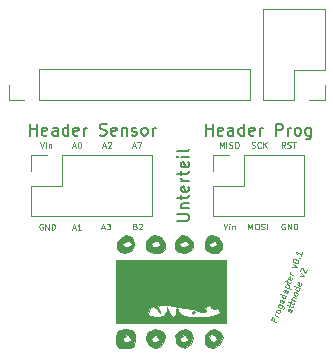
<source format=gbr>
G04 #@! TF.GenerationSoftware,KiCad,Pcbnew,(5.1.8)-1*
G04 #@! TF.CreationDate,2020-11-20T21:01:47+01:00*
G04 #@! TF.ProjectId,LORA_ATTINY84,4c4f5241-5f41-4545-9449-4e5938342e6b,rev?*
G04 #@! TF.SameCoordinates,Original*
G04 #@! TF.FileFunction,Legend,Top*
G04 #@! TF.FilePolarity,Positive*
%FSLAX46Y46*%
G04 Gerber Fmt 4.6, Leading zero omitted, Abs format (unit mm)*
G04 Created by KiCad (PCBNEW (5.1.8)-1) date 2020-11-20 21:01:47*
%MOMM*%
%LPD*%
G01*
G04 APERTURE LIST*
%ADD10C,0.100000*%
%ADD11C,0.125000*%
%ADD12C,0.150000*%
%ADD13C,0.010000*%
%ADD14C,0.120000*%
G04 APERTURE END LIST*
D10*
X79959247Y-76305600D02*
X79911628Y-76281790D01*
X79840200Y-76281790D01*
X79768771Y-76305600D01*
X79721152Y-76353219D01*
X79697342Y-76400838D01*
X79673533Y-76496076D01*
X79673533Y-76567504D01*
X79697342Y-76662742D01*
X79721152Y-76710361D01*
X79768771Y-76757980D01*
X79840200Y-76781790D01*
X79887819Y-76781790D01*
X79959247Y-76757980D01*
X79983057Y-76734171D01*
X79983057Y-76567504D01*
X79887819Y-76567504D01*
X80197342Y-76781790D02*
X80197342Y-76281790D01*
X80483057Y-76781790D01*
X80483057Y-76281790D01*
X80721152Y-76781790D02*
X80721152Y-76281790D01*
X80840200Y-76281790D01*
X80911628Y-76305600D01*
X80959247Y-76353219D01*
X80983057Y-76400838D01*
X81006866Y-76496076D01*
X81006866Y-76567504D01*
X80983057Y-76662742D01*
X80959247Y-76710361D01*
X80911628Y-76757980D01*
X80840200Y-76781790D01*
X80721152Y-76781790D01*
X76887485Y-76781790D02*
X76887485Y-76281790D01*
X77054152Y-76638933D01*
X77220819Y-76281790D01*
X77220819Y-76781790D01*
X77554152Y-76281790D02*
X77649390Y-76281790D01*
X77697009Y-76305600D01*
X77744628Y-76353219D01*
X77768438Y-76448457D01*
X77768438Y-76615123D01*
X77744628Y-76710361D01*
X77697009Y-76757980D01*
X77649390Y-76781790D01*
X77554152Y-76781790D01*
X77506533Y-76757980D01*
X77458914Y-76710361D01*
X77435104Y-76615123D01*
X77435104Y-76448457D01*
X77458914Y-76353219D01*
X77506533Y-76305600D01*
X77554152Y-76281790D01*
X77958914Y-76757980D02*
X78030342Y-76781790D01*
X78149390Y-76781790D01*
X78197009Y-76757980D01*
X78220819Y-76734171D01*
X78244628Y-76686552D01*
X78244628Y-76638933D01*
X78220819Y-76591314D01*
X78197009Y-76567504D01*
X78149390Y-76543695D01*
X78054152Y-76519885D01*
X78006533Y-76496076D01*
X77982723Y-76472266D01*
X77958914Y-76424647D01*
X77958914Y-76377028D01*
X77982723Y-76329409D01*
X78006533Y-76305600D01*
X78054152Y-76281790D01*
X78173200Y-76281790D01*
X78244628Y-76305600D01*
X78458914Y-76781790D02*
X78458914Y-76281790D01*
X79990190Y-69872990D02*
X79823523Y-69634895D01*
X79704476Y-69872990D02*
X79704476Y-69372990D01*
X79894952Y-69372990D01*
X79942571Y-69396800D01*
X79966380Y-69420609D01*
X79990190Y-69468228D01*
X79990190Y-69539657D01*
X79966380Y-69587276D01*
X79942571Y-69611085D01*
X79894952Y-69634895D01*
X79704476Y-69634895D01*
X80180666Y-69849180D02*
X80252095Y-69872990D01*
X80371142Y-69872990D01*
X80418761Y-69849180D01*
X80442571Y-69825371D01*
X80466380Y-69777752D01*
X80466380Y-69730133D01*
X80442571Y-69682514D01*
X80418761Y-69658704D01*
X80371142Y-69634895D01*
X80275904Y-69611085D01*
X80228285Y-69587276D01*
X80204476Y-69563466D01*
X80180666Y-69515847D01*
X80180666Y-69468228D01*
X80204476Y-69420609D01*
X80228285Y-69396800D01*
X80275904Y-69372990D01*
X80394952Y-69372990D01*
X80466380Y-69396800D01*
X80609238Y-69372990D02*
X80894952Y-69372990D01*
X80752095Y-69872990D02*
X80752095Y-69372990D01*
X77157342Y-69849180D02*
X77228771Y-69872990D01*
X77347819Y-69872990D01*
X77395438Y-69849180D01*
X77419247Y-69825371D01*
X77443057Y-69777752D01*
X77443057Y-69730133D01*
X77419247Y-69682514D01*
X77395438Y-69658704D01*
X77347819Y-69634895D01*
X77252580Y-69611085D01*
X77204961Y-69587276D01*
X77181152Y-69563466D01*
X77157342Y-69515847D01*
X77157342Y-69468228D01*
X77181152Y-69420609D01*
X77204961Y-69396800D01*
X77252580Y-69372990D01*
X77371628Y-69372990D01*
X77443057Y-69396800D01*
X77943057Y-69825371D02*
X77919247Y-69849180D01*
X77847819Y-69872990D01*
X77800200Y-69872990D01*
X77728771Y-69849180D01*
X77681152Y-69801561D01*
X77657342Y-69753942D01*
X77633533Y-69658704D01*
X77633533Y-69587276D01*
X77657342Y-69492038D01*
X77681152Y-69444419D01*
X77728771Y-69396800D01*
X77800200Y-69372990D01*
X77847819Y-69372990D01*
X77919247Y-69396800D01*
X77943057Y-69420609D01*
X78157342Y-69872990D02*
X78157342Y-69372990D01*
X78443057Y-69872990D02*
X78228771Y-69587276D01*
X78443057Y-69372990D02*
X78157342Y-69658704D01*
X67310819Y-76519885D02*
X67382247Y-76543695D01*
X67406057Y-76567504D01*
X67429866Y-76615123D01*
X67429866Y-76686552D01*
X67406057Y-76734171D01*
X67382247Y-76757980D01*
X67334628Y-76781790D01*
X67144152Y-76781790D01*
X67144152Y-76281790D01*
X67310819Y-76281790D01*
X67358438Y-76305600D01*
X67382247Y-76329409D01*
X67406057Y-76377028D01*
X67406057Y-76424647D01*
X67382247Y-76472266D01*
X67358438Y-76496076D01*
X67310819Y-76519885D01*
X67144152Y-76519885D01*
X67620342Y-76329409D02*
X67644152Y-76305600D01*
X67691771Y-76281790D01*
X67810819Y-76281790D01*
X67858438Y-76305600D01*
X67882247Y-76329409D01*
X67906057Y-76377028D01*
X67906057Y-76424647D01*
X67882247Y-76496076D01*
X67596533Y-76781790D01*
X67906057Y-76781790D01*
X64489057Y-76638933D02*
X64727152Y-76638933D01*
X64441438Y-76781790D02*
X64608104Y-76281790D01*
X64774771Y-76781790D01*
X64893819Y-76281790D02*
X65203342Y-76281790D01*
X65036676Y-76472266D01*
X65108104Y-76472266D01*
X65155723Y-76496076D01*
X65179533Y-76519885D01*
X65203342Y-76567504D01*
X65203342Y-76686552D01*
X65179533Y-76734171D01*
X65155723Y-76757980D01*
X65108104Y-76781790D01*
X64965247Y-76781790D01*
X64917628Y-76757980D01*
X64893819Y-76734171D01*
X61999857Y-76664333D02*
X62237952Y-76664333D01*
X61952238Y-76807190D02*
X62118904Y-76307190D01*
X62285571Y-76807190D01*
X62714142Y-76807190D02*
X62428428Y-76807190D01*
X62571285Y-76807190D02*
X62571285Y-76307190D01*
X62523666Y-76378619D01*
X62476047Y-76426238D01*
X62428428Y-76450047D01*
X67079857Y-69730133D02*
X67317952Y-69730133D01*
X67032238Y-69872990D02*
X67198904Y-69372990D01*
X67365571Y-69872990D01*
X67484619Y-69372990D02*
X67817952Y-69372990D01*
X67603666Y-69872990D01*
X64565257Y-69730133D02*
X64803352Y-69730133D01*
X64517638Y-69872990D02*
X64684304Y-69372990D01*
X64850971Y-69872990D01*
X64993828Y-69420609D02*
X65017638Y-69396800D01*
X65065257Y-69372990D01*
X65184304Y-69372990D01*
X65231923Y-69396800D01*
X65255733Y-69420609D01*
X65279542Y-69468228D01*
X65279542Y-69515847D01*
X65255733Y-69587276D01*
X64970019Y-69872990D01*
X65279542Y-69872990D01*
X59461447Y-76331000D02*
X59413828Y-76307190D01*
X59342400Y-76307190D01*
X59270971Y-76331000D01*
X59223352Y-76378619D01*
X59199542Y-76426238D01*
X59175733Y-76521476D01*
X59175733Y-76592904D01*
X59199542Y-76688142D01*
X59223352Y-76735761D01*
X59270971Y-76783380D01*
X59342400Y-76807190D01*
X59390019Y-76807190D01*
X59461447Y-76783380D01*
X59485257Y-76759571D01*
X59485257Y-76592904D01*
X59390019Y-76592904D01*
X59699542Y-76807190D02*
X59699542Y-76307190D01*
X59985257Y-76807190D01*
X59985257Y-76307190D01*
X60223352Y-76807190D02*
X60223352Y-76307190D01*
X60342400Y-76307190D01*
X60413828Y-76331000D01*
X60461447Y-76378619D01*
X60485257Y-76426238D01*
X60509066Y-76521476D01*
X60509066Y-76592904D01*
X60485257Y-76688142D01*
X60461447Y-76735761D01*
X60413828Y-76783380D01*
X60342400Y-76807190D01*
X60223352Y-76807190D01*
X74773695Y-76281790D02*
X74940361Y-76781790D01*
X75107028Y-76281790D01*
X75273695Y-76781790D02*
X75273695Y-76448457D01*
X75273695Y-76281790D02*
X75249885Y-76305600D01*
X75273695Y-76329409D01*
X75297504Y-76305600D01*
X75273695Y-76281790D01*
X75273695Y-76329409D01*
X75511790Y-76448457D02*
X75511790Y-76781790D01*
X75511790Y-76496076D02*
X75535600Y-76472266D01*
X75583219Y-76448457D01*
X75654647Y-76448457D01*
X75702266Y-76472266D01*
X75726076Y-76519885D01*
X75726076Y-76781790D01*
X74449085Y-69872990D02*
X74449085Y-69372990D01*
X74615752Y-69730133D01*
X74782419Y-69372990D01*
X74782419Y-69872990D01*
X75020514Y-69872990D02*
X75020514Y-69372990D01*
X75234800Y-69849180D02*
X75306228Y-69872990D01*
X75425276Y-69872990D01*
X75472895Y-69849180D01*
X75496704Y-69825371D01*
X75520514Y-69777752D01*
X75520514Y-69730133D01*
X75496704Y-69682514D01*
X75472895Y-69658704D01*
X75425276Y-69634895D01*
X75330038Y-69611085D01*
X75282419Y-69587276D01*
X75258609Y-69563466D01*
X75234800Y-69515847D01*
X75234800Y-69468228D01*
X75258609Y-69420609D01*
X75282419Y-69396800D01*
X75330038Y-69372990D01*
X75449085Y-69372990D01*
X75520514Y-69396800D01*
X75830038Y-69372990D02*
X75925276Y-69372990D01*
X75972895Y-69396800D01*
X76020514Y-69444419D01*
X76044323Y-69539657D01*
X76044323Y-69706323D01*
X76020514Y-69801561D01*
X75972895Y-69849180D01*
X75925276Y-69872990D01*
X75830038Y-69872990D01*
X75782419Y-69849180D01*
X75734800Y-69801561D01*
X75710990Y-69706323D01*
X75710990Y-69539657D01*
X75734800Y-69444419D01*
X75782419Y-69396800D01*
X75830038Y-69372990D01*
X61999857Y-69730133D02*
X62237952Y-69730133D01*
X61952238Y-69872990D02*
X62118904Y-69372990D01*
X62285571Y-69872990D01*
X62547476Y-69372990D02*
X62595095Y-69372990D01*
X62642714Y-69396800D01*
X62666523Y-69420609D01*
X62690333Y-69468228D01*
X62714142Y-69563466D01*
X62714142Y-69682514D01*
X62690333Y-69777752D01*
X62666523Y-69825371D01*
X62642714Y-69849180D01*
X62595095Y-69872990D01*
X62547476Y-69872990D01*
X62499857Y-69849180D01*
X62476047Y-69825371D01*
X62452238Y-69777752D01*
X62428428Y-69682514D01*
X62428428Y-69563466D01*
X62452238Y-69468228D01*
X62476047Y-69420609D01*
X62499857Y-69396800D01*
X62547476Y-69372990D01*
X59254295Y-69372990D02*
X59420961Y-69872990D01*
X59587628Y-69372990D01*
X59754295Y-69872990D02*
X59754295Y-69539657D01*
X59754295Y-69372990D02*
X59730485Y-69396800D01*
X59754295Y-69420609D01*
X59778104Y-69396800D01*
X59754295Y-69372990D01*
X59754295Y-69420609D01*
X59992390Y-69539657D02*
X59992390Y-69872990D01*
X59992390Y-69587276D02*
X60016200Y-69563466D01*
X60063819Y-69539657D01*
X60135247Y-69539657D01*
X60182866Y-69563466D01*
X60206676Y-69611085D01*
X60206676Y-69872990D01*
D11*
X79248584Y-84632460D02*
X78778738Y-84461450D01*
X78843885Y-84282461D01*
X78882545Y-84245857D01*
X78913062Y-84231627D01*
X78965953Y-84225540D01*
X79033073Y-84249970D01*
X79069677Y-84288630D01*
X79083908Y-84319147D01*
X79089995Y-84372038D01*
X79024848Y-84551027D01*
X79419594Y-84162614D02*
X79106363Y-84048607D01*
X79195858Y-84081180D02*
X79159254Y-84042520D01*
X79145024Y-84012003D01*
X79138937Y-83959112D01*
X79155223Y-83914365D01*
X79549888Y-83804636D02*
X79511227Y-83841240D01*
X79480710Y-83855470D01*
X79427820Y-83861557D01*
X79293578Y-83812697D01*
X79256974Y-83774036D01*
X79242744Y-83743519D01*
X79236657Y-83690629D01*
X79261087Y-83623508D01*
X79299747Y-83586904D01*
X79330264Y-83572674D01*
X79383155Y-83566587D01*
X79517397Y-83615447D01*
X79554000Y-83654107D01*
X79568231Y-83684624D01*
X79574318Y-83737515D01*
X79549888Y-83804636D01*
X79440240Y-83131288D02*
X79820592Y-83269725D01*
X79857196Y-83308385D01*
X79871426Y-83338902D01*
X79877513Y-83391793D01*
X79853083Y-83458914D01*
X79814423Y-83495517D01*
X79731097Y-83237151D02*
X79737184Y-83290042D01*
X79704611Y-83379537D01*
X79665951Y-83416140D01*
X79635434Y-83430371D01*
X79582543Y-83436458D01*
X79448301Y-83387598D01*
X79411697Y-83348937D01*
X79397467Y-83318420D01*
X79391380Y-83265530D01*
X79423954Y-83176035D01*
X79462614Y-83139431D01*
X79908195Y-82820196D02*
X79662085Y-82730619D01*
X79609194Y-82736706D01*
X79570534Y-82773310D01*
X79537960Y-82862804D01*
X79544047Y-82915695D01*
X79885821Y-82812052D02*
X79891908Y-82864943D01*
X79851191Y-82976811D01*
X79812531Y-83013415D01*
X79759640Y-83019502D01*
X79714893Y-83003215D01*
X79678289Y-82964555D01*
X79672202Y-82911664D01*
X79712919Y-82799796D01*
X79706832Y-82746906D01*
X80062918Y-82395097D02*
X79593072Y-82224087D01*
X80040544Y-82386953D02*
X80046631Y-82439844D01*
X80014058Y-82529338D01*
X79975398Y-82565942D01*
X79944881Y-82580173D01*
X79891990Y-82586260D01*
X79757748Y-82537400D01*
X79721144Y-82498739D01*
X79706914Y-82468222D01*
X79700827Y-82415332D01*
X79733400Y-82325837D01*
X79772061Y-82289233D01*
X80217641Y-81969998D02*
X79971531Y-81880421D01*
X79918641Y-81886508D01*
X79879980Y-81923112D01*
X79847407Y-82012606D01*
X79853494Y-82065497D01*
X80195268Y-81961854D02*
X80201355Y-82014745D01*
X80160638Y-82126613D01*
X80121978Y-82163217D01*
X80069087Y-82169304D01*
X80024340Y-82153017D01*
X79987736Y-82114357D01*
X79981649Y-82061466D01*
X80022366Y-81949598D01*
X80016279Y-81896708D01*
X79985844Y-81632255D02*
X80455690Y-81803265D01*
X80008217Y-81640398D02*
X80002130Y-81587507D01*
X80034704Y-81498013D01*
X80073364Y-81461409D01*
X80103881Y-81447179D01*
X80156772Y-81441092D01*
X80291014Y-81489952D01*
X80327617Y-81528612D01*
X80341848Y-81559129D01*
X80347935Y-81612019D01*
X80315361Y-81701514D01*
X80276701Y-81738118D01*
X80116137Y-81274276D02*
X80181284Y-81095287D01*
X79983952Y-81150152D02*
X80386677Y-81296732D01*
X80439568Y-81290645D01*
X80478228Y-81254041D01*
X80494515Y-81209294D01*
X80594291Y-80865546D02*
X80600378Y-80918437D01*
X80567805Y-81007931D01*
X80529144Y-81044535D01*
X80476254Y-81050622D01*
X80297265Y-80985476D01*
X80260661Y-80946815D01*
X80254574Y-80893925D01*
X80287147Y-80804430D01*
X80325808Y-80767826D01*
X80378698Y-80761739D01*
X80423445Y-80778026D01*
X80386759Y-81018049D01*
X80698098Y-80649953D02*
X80384867Y-80535947D01*
X80474362Y-80568520D02*
X80437758Y-80529860D01*
X80423528Y-80499343D01*
X80417441Y-80446452D01*
X80433727Y-80401705D01*
X80604737Y-79931858D02*
X80958685Y-79933997D01*
X80686171Y-79708122D01*
X80627275Y-79382635D02*
X80643562Y-79337888D01*
X80682222Y-79301284D01*
X80712739Y-79287054D01*
X80765630Y-79280967D01*
X80863268Y-79291166D01*
X80975136Y-79331883D01*
X81056487Y-79386830D01*
X81093091Y-79425490D01*
X81107321Y-79456007D01*
X81113408Y-79508898D01*
X81097122Y-79553645D01*
X81058461Y-79590249D01*
X81027944Y-79604479D01*
X80975054Y-79610566D01*
X80877416Y-79600367D01*
X80765548Y-79559650D01*
X80684197Y-79504703D01*
X80647593Y-79466043D01*
X80633362Y-79435526D01*
X80627275Y-79382635D01*
X81182668Y-79179380D02*
X81213185Y-79165150D01*
X81227415Y-79195667D01*
X81196898Y-79209897D01*
X81182668Y-79179380D01*
X81227415Y-79195667D01*
X81398425Y-78725821D02*
X81300705Y-78994304D01*
X81349565Y-78860063D02*
X80879719Y-78689052D01*
X80930553Y-78758230D01*
X80959014Y-78819264D01*
X80965101Y-78872154D01*
X80563487Y-83578123D02*
X80317377Y-83488546D01*
X80264487Y-83494633D01*
X80225826Y-83531237D01*
X80193253Y-83620732D01*
X80199340Y-83673623D01*
X80541113Y-83569980D02*
X80547200Y-83622870D01*
X80506484Y-83734739D01*
X80467823Y-83771343D01*
X80414933Y-83777430D01*
X80370186Y-83761143D01*
X80333582Y-83722483D01*
X80327495Y-83669592D01*
X80368211Y-83557724D01*
X80362124Y-83504833D01*
X80307260Y-83307501D02*
X80372406Y-83128512D01*
X80175074Y-83183377D02*
X80577800Y-83329957D01*
X80630690Y-83323870D01*
X80669350Y-83287266D01*
X80685637Y-83242519D01*
X80404980Y-83039017D02*
X80470126Y-82860028D01*
X80272794Y-82914893D02*
X80675520Y-83061473D01*
X80728410Y-83055386D01*
X80767071Y-83018782D01*
X80783357Y-82974035D01*
X80527130Y-82703413D02*
X80840361Y-82817420D01*
X80571877Y-82719700D02*
X80557647Y-82689183D01*
X80551560Y-82636292D01*
X80575990Y-82569171D01*
X80614650Y-82532567D01*
X80667541Y-82526480D01*
X80913651Y-82616057D01*
X81019514Y-82325200D02*
X80980854Y-82361804D01*
X80950337Y-82376034D01*
X80897446Y-82382121D01*
X80763204Y-82333261D01*
X80726600Y-82294601D01*
X80712370Y-82264084D01*
X80706283Y-82211193D01*
X80730713Y-82144072D01*
X80769373Y-82107468D01*
X80799890Y-82093238D01*
X80852781Y-82087151D01*
X80987023Y-82136011D01*
X81023627Y-82174671D01*
X81037857Y-82205188D01*
X81043944Y-82258079D01*
X81019514Y-82325200D01*
X81223097Y-81765859D02*
X80753251Y-81594849D01*
X81200724Y-81757716D02*
X81206811Y-81810606D01*
X81174237Y-81900101D01*
X81135577Y-81936705D01*
X81105060Y-81950935D01*
X81052169Y-81957022D01*
X80917928Y-81908162D01*
X80881324Y-81869502D01*
X80867093Y-81838985D01*
X80861006Y-81786094D01*
X80893580Y-81696599D01*
X80932240Y-81659995D01*
X81347304Y-81354990D02*
X81353391Y-81407881D01*
X81320817Y-81497375D01*
X81282157Y-81533979D01*
X81229267Y-81540066D01*
X81050277Y-81474919D01*
X81013674Y-81436259D01*
X81007587Y-81383369D01*
X81040160Y-81293874D01*
X81078820Y-81257270D01*
X81131711Y-81251183D01*
X81176458Y-81267470D01*
X81139772Y-81507493D01*
X81251887Y-80712160D02*
X81605834Y-80714298D01*
X81333320Y-80488423D01*
X81278455Y-80291091D02*
X81264225Y-80260574D01*
X81258138Y-80207683D01*
X81298855Y-80095815D01*
X81337515Y-80059211D01*
X81368032Y-80044981D01*
X81420923Y-80038894D01*
X81465670Y-80055181D01*
X81524647Y-80101984D01*
X81695411Y-80468188D01*
X81801274Y-80177331D01*
D12*
X70851780Y-76051990D02*
X71661304Y-76051990D01*
X71756542Y-76004371D01*
X71804161Y-75956752D01*
X71851780Y-75861514D01*
X71851780Y-75671038D01*
X71804161Y-75575800D01*
X71756542Y-75528180D01*
X71661304Y-75480561D01*
X70851780Y-75480561D01*
X71185114Y-75004371D02*
X71851780Y-75004371D01*
X71280352Y-75004371D02*
X71232733Y-74956752D01*
X71185114Y-74861514D01*
X71185114Y-74718657D01*
X71232733Y-74623419D01*
X71327971Y-74575800D01*
X71851780Y-74575800D01*
X71185114Y-74242466D02*
X71185114Y-73861514D01*
X70851780Y-74099609D02*
X71708923Y-74099609D01*
X71804161Y-74051990D01*
X71851780Y-73956752D01*
X71851780Y-73861514D01*
X71804161Y-73147228D02*
X71851780Y-73242466D01*
X71851780Y-73432942D01*
X71804161Y-73528180D01*
X71708923Y-73575800D01*
X71327971Y-73575800D01*
X71232733Y-73528180D01*
X71185114Y-73432942D01*
X71185114Y-73242466D01*
X71232733Y-73147228D01*
X71327971Y-73099609D01*
X71423209Y-73099609D01*
X71518447Y-73575800D01*
X71851780Y-72671038D02*
X71185114Y-72671038D01*
X71375590Y-72671038D02*
X71280352Y-72623419D01*
X71232733Y-72575800D01*
X71185114Y-72480561D01*
X71185114Y-72385323D01*
X71185114Y-72194847D02*
X71185114Y-71813895D01*
X70851780Y-72051990D02*
X71708923Y-72051990D01*
X71804161Y-72004371D01*
X71851780Y-71909133D01*
X71851780Y-71813895D01*
X71804161Y-71099609D02*
X71851780Y-71194847D01*
X71851780Y-71385323D01*
X71804161Y-71480561D01*
X71708923Y-71528180D01*
X71327971Y-71528180D01*
X71232733Y-71480561D01*
X71185114Y-71385323D01*
X71185114Y-71194847D01*
X71232733Y-71099609D01*
X71327971Y-71051990D01*
X71423209Y-71051990D01*
X71518447Y-71528180D01*
X71851780Y-70623419D02*
X71185114Y-70623419D01*
X70851780Y-70623419D02*
X70899400Y-70671038D01*
X70947019Y-70623419D01*
X70899400Y-70575800D01*
X70851780Y-70623419D01*
X70947019Y-70623419D01*
X71851780Y-70004371D02*
X71804161Y-70099609D01*
X71708923Y-70147228D01*
X70851780Y-70147228D01*
D13*
G36*
X72344547Y-83779895D02*
G01*
X72210863Y-83913579D01*
X72077178Y-83779895D01*
X72210863Y-83646210D01*
X72344547Y-83779895D01*
G37*
X72344547Y-83779895D02*
X72210863Y-83913579D01*
X72077178Y-83779895D01*
X72210863Y-83646210D01*
X72344547Y-83779895D01*
G36*
X74295416Y-77446021D02*
G01*
X74640335Y-77939200D01*
X74655482Y-78429121D01*
X74293767Y-78761100D01*
X73755860Y-78804596D01*
X73314636Y-78558950D01*
X73243340Y-78432526D01*
X73210979Y-78031474D01*
X73547705Y-78031474D01*
X73608317Y-78260368D01*
X73799294Y-78298842D01*
X74165111Y-78159249D01*
X74216126Y-78031474D01*
X74024228Y-77771758D01*
X73964537Y-77764105D01*
X73602430Y-77958455D01*
X73547705Y-78031474D01*
X73210979Y-78031474D01*
X73194438Y-77826483D01*
X73446500Y-77358745D01*
X73773944Y-77229368D01*
X74295416Y-77446021D01*
G37*
X74295416Y-77446021D02*
X74640335Y-77939200D01*
X74655482Y-78429121D01*
X74293767Y-78761100D01*
X73755860Y-78804596D01*
X73314636Y-78558950D01*
X73243340Y-78432526D01*
X73210979Y-78031474D01*
X73547705Y-78031474D01*
X73608317Y-78260368D01*
X73799294Y-78298842D01*
X74165111Y-78159249D01*
X74216126Y-78031474D01*
X74024228Y-77771758D01*
X73964537Y-77764105D01*
X73602430Y-77958455D01*
X73547705Y-78031474D01*
X73210979Y-78031474D01*
X73194438Y-77826483D01*
X73446500Y-77358745D01*
X73773944Y-77229368D01*
X74295416Y-77446021D01*
G36*
X71702815Y-77377379D02*
G01*
X71727308Y-77392192D01*
X72163671Y-77868279D01*
X72166982Y-78369285D01*
X71764373Y-78721991D01*
X71509755Y-78781200D01*
X70893550Y-78707554D01*
X70659172Y-78472978D01*
X70682376Y-78031474D01*
X71007705Y-78031474D01*
X71224262Y-78268677D01*
X71408757Y-78298842D01*
X71764563Y-78154471D01*
X71809810Y-78031474D01*
X71593253Y-77794270D01*
X71408757Y-77764105D01*
X71052952Y-77908476D01*
X71007705Y-78031474D01*
X70682376Y-78031474D01*
X70685769Y-77966917D01*
X70876725Y-77589567D01*
X71259007Y-77256962D01*
X71702815Y-77377379D01*
G37*
X71702815Y-77377379D02*
X71727308Y-77392192D01*
X72163671Y-77868279D01*
X72166982Y-78369285D01*
X71764373Y-78721991D01*
X71509755Y-78781200D01*
X70893550Y-78707554D01*
X70659172Y-78472978D01*
X70682376Y-78031474D01*
X71007705Y-78031474D01*
X71224262Y-78268677D01*
X71408757Y-78298842D01*
X71764563Y-78154471D01*
X71809810Y-78031474D01*
X71593253Y-77794270D01*
X71408757Y-77764105D01*
X71052952Y-77908476D01*
X71007705Y-78031474D01*
X70682376Y-78031474D01*
X70685769Y-77966917D01*
X70876725Y-77589567D01*
X71259007Y-77256962D01*
X71702815Y-77377379D01*
G36*
X69506663Y-77454601D02*
G01*
X69800718Y-77965693D01*
X69780554Y-78398638D01*
X69409736Y-78746017D01*
X68847108Y-78811198D01*
X68355073Y-78594180D01*
X68224329Y-78398638D01*
X68237562Y-78031474D01*
X68601389Y-78031474D01*
X68817946Y-78268677D01*
X69002442Y-78298842D01*
X69358247Y-78154471D01*
X69403494Y-78031474D01*
X69186937Y-77794270D01*
X69002442Y-77764105D01*
X68646636Y-77908476D01*
X68601389Y-78031474D01*
X68237562Y-78031474D01*
X68244619Y-77835687D01*
X68601581Y-77368495D01*
X69002442Y-77229368D01*
X69506663Y-77454601D01*
G37*
X69506663Y-77454601D02*
X69800718Y-77965693D01*
X69780554Y-78398638D01*
X69409736Y-78746017D01*
X68847108Y-78811198D01*
X68355073Y-78594180D01*
X68224329Y-78398638D01*
X68237562Y-78031474D01*
X68601389Y-78031474D01*
X68817946Y-78268677D01*
X69002442Y-78298842D01*
X69358247Y-78154471D01*
X69403494Y-78031474D01*
X69186937Y-77794270D01*
X69002442Y-77764105D01*
X68646636Y-77908476D01*
X68601389Y-78031474D01*
X68237562Y-78031474D01*
X68244619Y-77835687D01*
X68601581Y-77368495D01*
X69002442Y-77229368D01*
X69506663Y-77454601D01*
G36*
X67008629Y-77425077D02*
G01*
X67225674Y-77901605D01*
X67216457Y-78097120D01*
X66953311Y-78579592D01*
X66474334Y-78802802D01*
X65991323Y-78718385D01*
X65756264Y-78430546D01*
X65782418Y-78031474D01*
X66195073Y-78031474D01*
X66411630Y-78268677D01*
X66596126Y-78298842D01*
X66951931Y-78154471D01*
X66997178Y-78031474D01*
X66780621Y-77794270D01*
X66596126Y-77764105D01*
X66240320Y-77908476D01*
X66195073Y-78031474D01*
X65782418Y-78031474D01*
X65791035Y-77899998D01*
X66004096Y-77573128D01*
X66542936Y-77290300D01*
X67008629Y-77425077D01*
G37*
X67008629Y-77425077D02*
X67225674Y-77901605D01*
X67216457Y-78097120D01*
X66953311Y-78579592D01*
X66474334Y-78802802D01*
X65991323Y-78718385D01*
X65756264Y-78430546D01*
X65782418Y-78031474D01*
X66195073Y-78031474D01*
X66411630Y-78268677D01*
X66596126Y-78298842D01*
X66951931Y-78154471D01*
X66997178Y-78031474D01*
X66780621Y-77794270D01*
X66596126Y-77764105D01*
X66240320Y-77908476D01*
X66195073Y-78031474D01*
X65782418Y-78031474D01*
X65791035Y-77899998D01*
X66004096Y-77573128D01*
X66542936Y-77290300D01*
X67008629Y-77425077D01*
G36*
X75018231Y-84715684D02*
G01*
X65660336Y-84715684D01*
X65660336Y-83898710D01*
X68360460Y-83898710D01*
X68564623Y-84128836D01*
X69136126Y-84180947D01*
X69756407Y-84074284D01*
X69968686Y-83720869D01*
X69969246Y-83713053D01*
X70006592Y-83383536D01*
X70085514Y-83573401D01*
X70122535Y-83713053D01*
X70342774Y-84109551D01*
X70492572Y-84180947D01*
X70717831Y-83958940D01*
X70771351Y-83713053D01*
X70808697Y-83383536D01*
X70887619Y-83573401D01*
X70924640Y-83713053D01*
X71229483Y-83984669D01*
X71867229Y-84157200D01*
X72674028Y-84228887D01*
X73486031Y-84197969D01*
X74139385Y-84062685D01*
X74470241Y-83821275D01*
X74483494Y-83751289D01*
X74319099Y-83447706D01*
X74082442Y-83475530D01*
X73738545Y-83473665D01*
X73681389Y-83354671D01*
X73516510Y-83204077D01*
X73409659Y-83247853D01*
X73246008Y-83553510D01*
X73277249Y-83641214D01*
X73188908Y-83787726D01*
X72947399Y-83776880D01*
X72550573Y-83675411D01*
X72478231Y-83632545D01*
X72223538Y-83534766D01*
X71504522Y-83395099D01*
X70388784Y-83226476D01*
X70269966Y-83210150D01*
X69567464Y-83137906D01*
X69270791Y-83206674D01*
X69260382Y-83457944D01*
X69287522Y-83551049D01*
X69383783Y-83893758D01*
X69278673Y-83784986D01*
X69125076Y-83547290D01*
X68839713Y-83222679D01*
X68610453Y-83359081D01*
X68574246Y-83413606D01*
X68360460Y-83898710D01*
X65660336Y-83898710D01*
X65660336Y-79368316D01*
X75018231Y-79368316D01*
X75018231Y-84715684D01*
G37*
X75018231Y-84715684D02*
X65660336Y-84715684D01*
X65660336Y-83898710D01*
X68360460Y-83898710D01*
X68564623Y-84128836D01*
X69136126Y-84180947D01*
X69756407Y-84074284D01*
X69968686Y-83720869D01*
X69969246Y-83713053D01*
X70006592Y-83383536D01*
X70085514Y-83573401D01*
X70122535Y-83713053D01*
X70342774Y-84109551D01*
X70492572Y-84180947D01*
X70717831Y-83958940D01*
X70771351Y-83713053D01*
X70808697Y-83383536D01*
X70887619Y-83573401D01*
X70924640Y-83713053D01*
X71229483Y-83984669D01*
X71867229Y-84157200D01*
X72674028Y-84228887D01*
X73486031Y-84197969D01*
X74139385Y-84062685D01*
X74470241Y-83821275D01*
X74483494Y-83751289D01*
X74319099Y-83447706D01*
X74082442Y-83475530D01*
X73738545Y-83473665D01*
X73681389Y-83354671D01*
X73516510Y-83204077D01*
X73409659Y-83247853D01*
X73246008Y-83553510D01*
X73277249Y-83641214D01*
X73188908Y-83787726D01*
X72947399Y-83776880D01*
X72550573Y-83675411D01*
X72478231Y-83632545D01*
X72223538Y-83534766D01*
X71504522Y-83395099D01*
X70388784Y-83226476D01*
X70269966Y-83210150D01*
X69567464Y-83137906D01*
X69270791Y-83206674D01*
X69260382Y-83457944D01*
X69287522Y-83551049D01*
X69383783Y-83893758D01*
X69278673Y-83784986D01*
X69125076Y-83547290D01*
X68839713Y-83222679D01*
X68610453Y-83359081D01*
X68574246Y-83413606D01*
X68360460Y-83898710D01*
X65660336Y-83898710D01*
X65660336Y-79368316D01*
X75018231Y-79368316D01*
X75018231Y-84715684D01*
G36*
X74494704Y-85450880D02*
G01*
X74691454Y-85925973D01*
X74480668Y-86456984D01*
X73965898Y-86812967D01*
X73477611Y-86754338D01*
X73243340Y-86453579D01*
X73211555Y-85965658D01*
X73527353Y-85965658D01*
X73741329Y-86256069D01*
X73964537Y-86319895D01*
X74211298Y-86140505D01*
X74216126Y-86097088D01*
X74041712Y-85709614D01*
X73679660Y-85655807D01*
X73639735Y-85677217D01*
X73527353Y-85965658D01*
X73211555Y-85965658D01*
X73200731Y-85799507D01*
X73546392Y-85351889D01*
X73948757Y-85250421D01*
X74494704Y-85450880D01*
G37*
X74494704Y-85450880D02*
X74691454Y-85925973D01*
X74480668Y-86456984D01*
X73965898Y-86812967D01*
X73477611Y-86754338D01*
X73243340Y-86453579D01*
X73211555Y-85965658D01*
X73527353Y-85965658D01*
X73741329Y-86256069D01*
X73964537Y-86319895D01*
X74211298Y-86140505D01*
X74216126Y-86097088D01*
X74041712Y-85709614D01*
X73679660Y-85655807D01*
X73639735Y-85677217D01*
X73527353Y-85965658D01*
X73211555Y-85965658D01*
X73200731Y-85799507D01*
X73546392Y-85351889D01*
X73948757Y-85250421D01*
X74494704Y-85450880D01*
G36*
X72036089Y-85462844D02*
G01*
X72228685Y-85948185D01*
X72056349Y-86478547D01*
X72049054Y-86487467D01*
X71514209Y-86830602D01*
X70994963Y-86665462D01*
X70762257Y-86360854D01*
X70718081Y-86032474D01*
X71058950Y-86032474D01*
X71188014Y-86276271D01*
X71408757Y-86319895D01*
X71741516Y-86184232D01*
X71758564Y-86032474D01*
X71482538Y-85756239D01*
X71408757Y-85745053D01*
X71095259Y-85953204D01*
X71058950Y-86032474D01*
X70718081Y-86032474D01*
X70684601Y-85783610D01*
X71040394Y-85370056D01*
X71567310Y-85250421D01*
X72036089Y-85462844D01*
G37*
X72036089Y-85462844D02*
X72228685Y-85948185D01*
X72056349Y-86478547D01*
X72049054Y-86487467D01*
X71514209Y-86830602D01*
X70994963Y-86665462D01*
X70762257Y-86360854D01*
X70718081Y-86032474D01*
X71058950Y-86032474D01*
X71188014Y-86276271D01*
X71408757Y-86319895D01*
X71741516Y-86184232D01*
X71758564Y-86032474D01*
X71482538Y-85756239D01*
X71408757Y-85745053D01*
X71095259Y-85953204D01*
X71058950Y-86032474D01*
X70718081Y-86032474D01*
X70684601Y-85783610D01*
X71040394Y-85370056D01*
X71567310Y-85250421D01*
X72036089Y-85462844D01*
G36*
X69550882Y-85419959D02*
G01*
X69780554Y-85685362D01*
X69760264Y-86248313D01*
X69403302Y-86715505D01*
X69002442Y-86854632D01*
X68555355Y-86667796D01*
X68362145Y-86487467D01*
X68205777Y-86032474D01*
X68652635Y-86032474D01*
X68781699Y-86276271D01*
X69002442Y-86319895D01*
X69335201Y-86184232D01*
X69352249Y-86032474D01*
X69076222Y-85756239D01*
X69002442Y-85745053D01*
X68688943Y-85953204D01*
X68652635Y-86032474D01*
X68205777Y-86032474D01*
X68173713Y-85939179D01*
X68409745Y-85464080D01*
X68972588Y-85250837D01*
X69002442Y-85250421D01*
X69550882Y-85419959D01*
G37*
X69550882Y-85419959D02*
X69780554Y-85685362D01*
X69760264Y-86248313D01*
X69403302Y-86715505D01*
X69002442Y-86854632D01*
X68555355Y-86667796D01*
X68362145Y-86487467D01*
X68205777Y-86032474D01*
X68652635Y-86032474D01*
X68781699Y-86276271D01*
X69002442Y-86319895D01*
X69335201Y-86184232D01*
X69352249Y-86032474D01*
X69076222Y-85756239D01*
X69002442Y-85745053D01*
X68688943Y-85953204D01*
X68652635Y-86032474D01*
X68205777Y-86032474D01*
X68173713Y-85939179D01*
X68409745Y-85464080D01*
X68972588Y-85250837D01*
X69002442Y-85250421D01*
X69550882Y-85419959D01*
G36*
X67030572Y-85316671D02*
G01*
X67239974Y-85629178D01*
X67264547Y-86052526D01*
X67198296Y-86620657D01*
X66885789Y-86830059D01*
X66462442Y-86854632D01*
X65894311Y-86788381D01*
X65684909Y-86475874D01*
X65660336Y-86052526D01*
X65662674Y-86032474D01*
X66246319Y-86032474D01*
X66375383Y-86276271D01*
X66596126Y-86319895D01*
X66928885Y-86184232D01*
X66945933Y-86032474D01*
X66669907Y-85756239D01*
X66596126Y-85745053D01*
X66282627Y-85953204D01*
X66246319Y-86032474D01*
X65662674Y-86032474D01*
X65726587Y-85484395D01*
X66039094Y-85274994D01*
X66462442Y-85250421D01*
X67030572Y-85316671D01*
G37*
X67030572Y-85316671D02*
X67239974Y-85629178D01*
X67264547Y-86052526D01*
X67198296Y-86620657D01*
X66885789Y-86830059D01*
X66462442Y-86854632D01*
X65894311Y-86788381D01*
X65684909Y-86475874D01*
X65660336Y-86052526D01*
X65662674Y-86032474D01*
X66246319Y-86032474D01*
X66375383Y-86276271D01*
X66596126Y-86319895D01*
X66928885Y-86184232D01*
X66945933Y-86032474D01*
X66669907Y-85756239D01*
X66596126Y-85745053D01*
X66282627Y-85953204D01*
X66246319Y-86032474D01*
X65662674Y-86032474D01*
X65726587Y-85484395D01*
X66039094Y-85274994D01*
X66462442Y-85250421D01*
X67030572Y-85316671D01*
D14*
X83346600Y-65846000D02*
X82016600Y-65846000D01*
X83346600Y-64516000D02*
X83346600Y-65846000D01*
X80746600Y-65846000D02*
X78146600Y-65846000D01*
X80746600Y-63246000D02*
X80746600Y-65846000D01*
X83346600Y-63246000D02*
X80746600Y-63246000D01*
X78146600Y-65846000D02*
X78146600Y-58106000D01*
X83346600Y-63246000D02*
X83346600Y-58106000D01*
X83346600Y-58106000D02*
X78146600Y-58106000D01*
X73870000Y-71800000D02*
X73870000Y-70470000D01*
X73870000Y-70470000D02*
X75200000Y-70470000D01*
X73870000Y-73070000D02*
X76470000Y-73070000D01*
X76470000Y-73070000D02*
X76470000Y-70470000D01*
X76470000Y-70470000D02*
X81610000Y-70470000D01*
X81610000Y-75670000D02*
X81610000Y-70470000D01*
X73870000Y-75670000D02*
X81610000Y-75670000D01*
X73870000Y-75670000D02*
X73870000Y-73070000D01*
X56582000Y-65846000D02*
X56582000Y-64516000D01*
X57912000Y-65846000D02*
X56582000Y-65846000D01*
X59182000Y-65846000D02*
X59182000Y-63186000D01*
X59182000Y-63186000D02*
X77022000Y-63186000D01*
X59182000Y-65846000D02*
X77022000Y-65846000D01*
X77022000Y-65846000D02*
X77022000Y-63186000D01*
X58470000Y-75670000D02*
X58470000Y-73070000D01*
X58470000Y-75670000D02*
X68750000Y-75670000D01*
X68750000Y-75670000D02*
X68750000Y-70470000D01*
X61070000Y-70470000D02*
X68750000Y-70470000D01*
X61070000Y-73070000D02*
X61070000Y-70470000D01*
X58470000Y-73070000D02*
X61070000Y-73070000D01*
X58470000Y-70470000D02*
X59800000Y-70470000D01*
X58470000Y-71800000D02*
X58470000Y-70470000D01*
D12*
X73271619Y-68829180D02*
X73271619Y-67829180D01*
X73271619Y-68305371D02*
X73843047Y-68305371D01*
X73843047Y-68829180D02*
X73843047Y-67829180D01*
X74700190Y-68781561D02*
X74604952Y-68829180D01*
X74414476Y-68829180D01*
X74319238Y-68781561D01*
X74271619Y-68686323D01*
X74271619Y-68305371D01*
X74319238Y-68210133D01*
X74414476Y-68162514D01*
X74604952Y-68162514D01*
X74700190Y-68210133D01*
X74747809Y-68305371D01*
X74747809Y-68400609D01*
X74271619Y-68495847D01*
X75604952Y-68829180D02*
X75604952Y-68305371D01*
X75557333Y-68210133D01*
X75462095Y-68162514D01*
X75271619Y-68162514D01*
X75176380Y-68210133D01*
X75604952Y-68781561D02*
X75509714Y-68829180D01*
X75271619Y-68829180D01*
X75176380Y-68781561D01*
X75128761Y-68686323D01*
X75128761Y-68591085D01*
X75176380Y-68495847D01*
X75271619Y-68448228D01*
X75509714Y-68448228D01*
X75604952Y-68400609D01*
X76509714Y-68829180D02*
X76509714Y-67829180D01*
X76509714Y-68781561D02*
X76414476Y-68829180D01*
X76224000Y-68829180D01*
X76128761Y-68781561D01*
X76081142Y-68733942D01*
X76033523Y-68638704D01*
X76033523Y-68352990D01*
X76081142Y-68257752D01*
X76128761Y-68210133D01*
X76224000Y-68162514D01*
X76414476Y-68162514D01*
X76509714Y-68210133D01*
X77366857Y-68781561D02*
X77271619Y-68829180D01*
X77081142Y-68829180D01*
X76985904Y-68781561D01*
X76938285Y-68686323D01*
X76938285Y-68305371D01*
X76985904Y-68210133D01*
X77081142Y-68162514D01*
X77271619Y-68162514D01*
X77366857Y-68210133D01*
X77414476Y-68305371D01*
X77414476Y-68400609D01*
X76938285Y-68495847D01*
X77843047Y-68829180D02*
X77843047Y-68162514D01*
X77843047Y-68352990D02*
X77890666Y-68257752D01*
X77938285Y-68210133D01*
X78033523Y-68162514D01*
X78128761Y-68162514D01*
X79224000Y-68829180D02*
X79224000Y-67829180D01*
X79604952Y-67829180D01*
X79700190Y-67876800D01*
X79747809Y-67924419D01*
X79795428Y-68019657D01*
X79795428Y-68162514D01*
X79747809Y-68257752D01*
X79700190Y-68305371D01*
X79604952Y-68352990D01*
X79224000Y-68352990D01*
X80224000Y-68829180D02*
X80224000Y-68162514D01*
X80224000Y-68352990D02*
X80271619Y-68257752D01*
X80319238Y-68210133D01*
X80414476Y-68162514D01*
X80509714Y-68162514D01*
X80985904Y-68829180D02*
X80890666Y-68781561D01*
X80843047Y-68733942D01*
X80795428Y-68638704D01*
X80795428Y-68352990D01*
X80843047Y-68257752D01*
X80890666Y-68210133D01*
X80985904Y-68162514D01*
X81128761Y-68162514D01*
X81224000Y-68210133D01*
X81271619Y-68257752D01*
X81319238Y-68352990D01*
X81319238Y-68638704D01*
X81271619Y-68733942D01*
X81224000Y-68781561D01*
X81128761Y-68829180D01*
X80985904Y-68829180D01*
X82176380Y-68162514D02*
X82176380Y-68972038D01*
X82128761Y-69067276D01*
X82081142Y-69114895D01*
X81985904Y-69162514D01*
X81843047Y-69162514D01*
X81747809Y-69114895D01*
X82176380Y-68781561D02*
X82081142Y-68829180D01*
X81890666Y-68829180D01*
X81795428Y-68781561D01*
X81747809Y-68733942D01*
X81700190Y-68638704D01*
X81700190Y-68352990D01*
X81747809Y-68257752D01*
X81795428Y-68210133D01*
X81890666Y-68162514D01*
X82081142Y-68162514D01*
X82176380Y-68210133D01*
X58390495Y-68829180D02*
X58390495Y-67829180D01*
X58390495Y-68305371D02*
X58961923Y-68305371D01*
X58961923Y-68829180D02*
X58961923Y-67829180D01*
X59819066Y-68781561D02*
X59723828Y-68829180D01*
X59533352Y-68829180D01*
X59438114Y-68781561D01*
X59390495Y-68686323D01*
X59390495Y-68305371D01*
X59438114Y-68210133D01*
X59533352Y-68162514D01*
X59723828Y-68162514D01*
X59819066Y-68210133D01*
X59866685Y-68305371D01*
X59866685Y-68400609D01*
X59390495Y-68495847D01*
X60723828Y-68829180D02*
X60723828Y-68305371D01*
X60676209Y-68210133D01*
X60580971Y-68162514D01*
X60390495Y-68162514D01*
X60295257Y-68210133D01*
X60723828Y-68781561D02*
X60628590Y-68829180D01*
X60390495Y-68829180D01*
X60295257Y-68781561D01*
X60247638Y-68686323D01*
X60247638Y-68591085D01*
X60295257Y-68495847D01*
X60390495Y-68448228D01*
X60628590Y-68448228D01*
X60723828Y-68400609D01*
X61628590Y-68829180D02*
X61628590Y-67829180D01*
X61628590Y-68781561D02*
X61533352Y-68829180D01*
X61342876Y-68829180D01*
X61247638Y-68781561D01*
X61200019Y-68733942D01*
X61152400Y-68638704D01*
X61152400Y-68352990D01*
X61200019Y-68257752D01*
X61247638Y-68210133D01*
X61342876Y-68162514D01*
X61533352Y-68162514D01*
X61628590Y-68210133D01*
X62485733Y-68781561D02*
X62390495Y-68829180D01*
X62200019Y-68829180D01*
X62104780Y-68781561D01*
X62057161Y-68686323D01*
X62057161Y-68305371D01*
X62104780Y-68210133D01*
X62200019Y-68162514D01*
X62390495Y-68162514D01*
X62485733Y-68210133D01*
X62533352Y-68305371D01*
X62533352Y-68400609D01*
X62057161Y-68495847D01*
X62961923Y-68829180D02*
X62961923Y-68162514D01*
X62961923Y-68352990D02*
X63009542Y-68257752D01*
X63057161Y-68210133D01*
X63152400Y-68162514D01*
X63247638Y-68162514D01*
X64295257Y-68781561D02*
X64438114Y-68829180D01*
X64676209Y-68829180D01*
X64771447Y-68781561D01*
X64819066Y-68733942D01*
X64866685Y-68638704D01*
X64866685Y-68543466D01*
X64819066Y-68448228D01*
X64771447Y-68400609D01*
X64676209Y-68352990D01*
X64485733Y-68305371D01*
X64390495Y-68257752D01*
X64342876Y-68210133D01*
X64295257Y-68114895D01*
X64295257Y-68019657D01*
X64342876Y-67924419D01*
X64390495Y-67876800D01*
X64485733Y-67829180D01*
X64723828Y-67829180D01*
X64866685Y-67876800D01*
X65676209Y-68781561D02*
X65580971Y-68829180D01*
X65390495Y-68829180D01*
X65295257Y-68781561D01*
X65247638Y-68686323D01*
X65247638Y-68305371D01*
X65295257Y-68210133D01*
X65390495Y-68162514D01*
X65580971Y-68162514D01*
X65676209Y-68210133D01*
X65723828Y-68305371D01*
X65723828Y-68400609D01*
X65247638Y-68495847D01*
X66152400Y-68162514D02*
X66152400Y-68829180D01*
X66152400Y-68257752D02*
X66200019Y-68210133D01*
X66295257Y-68162514D01*
X66438114Y-68162514D01*
X66533352Y-68210133D01*
X66580971Y-68305371D01*
X66580971Y-68829180D01*
X67009542Y-68781561D02*
X67104780Y-68829180D01*
X67295257Y-68829180D01*
X67390495Y-68781561D01*
X67438114Y-68686323D01*
X67438114Y-68638704D01*
X67390495Y-68543466D01*
X67295257Y-68495847D01*
X67152400Y-68495847D01*
X67057161Y-68448228D01*
X67009542Y-68352990D01*
X67009542Y-68305371D01*
X67057161Y-68210133D01*
X67152400Y-68162514D01*
X67295257Y-68162514D01*
X67390495Y-68210133D01*
X68009542Y-68829180D02*
X67914304Y-68781561D01*
X67866685Y-68733942D01*
X67819066Y-68638704D01*
X67819066Y-68352990D01*
X67866685Y-68257752D01*
X67914304Y-68210133D01*
X68009542Y-68162514D01*
X68152400Y-68162514D01*
X68247638Y-68210133D01*
X68295257Y-68257752D01*
X68342876Y-68352990D01*
X68342876Y-68638704D01*
X68295257Y-68733942D01*
X68247638Y-68781561D01*
X68152400Y-68829180D01*
X68009542Y-68829180D01*
X68771447Y-68829180D02*
X68771447Y-68162514D01*
X68771447Y-68352990D02*
X68819066Y-68257752D01*
X68866685Y-68210133D01*
X68961923Y-68162514D01*
X69057161Y-68162514D01*
M02*

</source>
